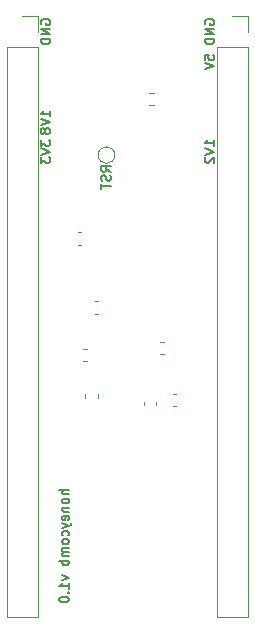
<source format=gbo>
%TF.GenerationSoftware,KiCad,Pcbnew,5.1.9*%
%TF.CreationDate,2021-02-13T19:17:24+03:00*%
%TF.ProjectId,gw1ns2c-board,6777316e-7332-4632-9d62-6f6172642e6b,rev?*%
%TF.SameCoordinates,Original*%
%TF.FileFunction,Legend,Bot*%
%TF.FilePolarity,Positive*%
%FSLAX46Y46*%
G04 Gerber Fmt 4.6, Leading zero omitted, Abs format (unit mm)*
G04 Created by KiCad (PCBNEW 5.1.9) date 2021-02-13 19:17:24*
%MOMM*%
%LPD*%
G01*
G04 APERTURE LIST*
%ADD10C,0.150000*%
%ADD11C,0.120000*%
G04 APERTURE END LIST*
D10*
X29317904Y-64256238D02*
X28517904Y-64256238D01*
X29317904Y-64599095D02*
X28898857Y-64599095D01*
X28822666Y-64561000D01*
X28784571Y-64484809D01*
X28784571Y-64370523D01*
X28822666Y-64294333D01*
X28860761Y-64256238D01*
X29317904Y-65094333D02*
X29279809Y-65018142D01*
X29241714Y-64980047D01*
X29165523Y-64941952D01*
X28936952Y-64941952D01*
X28860761Y-64980047D01*
X28822666Y-65018142D01*
X28784571Y-65094333D01*
X28784571Y-65208619D01*
X28822666Y-65284809D01*
X28860761Y-65322904D01*
X28936952Y-65361000D01*
X29165523Y-65361000D01*
X29241714Y-65322904D01*
X29279809Y-65284809D01*
X29317904Y-65208619D01*
X29317904Y-65094333D01*
X28784571Y-65703857D02*
X29317904Y-65703857D01*
X28860761Y-65703857D02*
X28822666Y-65741952D01*
X28784571Y-65818142D01*
X28784571Y-65932428D01*
X28822666Y-66008619D01*
X28898857Y-66046714D01*
X29317904Y-66046714D01*
X29279809Y-66732428D02*
X29317904Y-66656238D01*
X29317904Y-66503857D01*
X29279809Y-66427666D01*
X29203619Y-66389571D01*
X28898857Y-66389571D01*
X28822666Y-66427666D01*
X28784571Y-66503857D01*
X28784571Y-66656238D01*
X28822666Y-66732428D01*
X28898857Y-66770523D01*
X28975047Y-66770523D01*
X29051238Y-66389571D01*
X28784571Y-67037190D02*
X29317904Y-67227666D01*
X28784571Y-67418142D02*
X29317904Y-67227666D01*
X29508380Y-67151476D01*
X29546476Y-67113380D01*
X29584571Y-67037190D01*
X29279809Y-68065761D02*
X29317904Y-67989571D01*
X29317904Y-67837190D01*
X29279809Y-67761000D01*
X29241714Y-67722904D01*
X29165523Y-67684809D01*
X28936952Y-67684809D01*
X28860761Y-67722904D01*
X28822666Y-67761000D01*
X28784571Y-67837190D01*
X28784571Y-67989571D01*
X28822666Y-68065761D01*
X29317904Y-68522904D02*
X29279809Y-68446714D01*
X29241714Y-68408619D01*
X29165523Y-68370523D01*
X28936952Y-68370523D01*
X28860761Y-68408619D01*
X28822666Y-68446714D01*
X28784571Y-68522904D01*
X28784571Y-68637190D01*
X28822666Y-68713380D01*
X28860761Y-68751476D01*
X28936952Y-68789571D01*
X29165523Y-68789571D01*
X29241714Y-68751476D01*
X29279809Y-68713380D01*
X29317904Y-68637190D01*
X29317904Y-68522904D01*
X29317904Y-69132428D02*
X28784571Y-69132428D01*
X28860761Y-69132428D02*
X28822666Y-69170523D01*
X28784571Y-69246714D01*
X28784571Y-69361000D01*
X28822666Y-69437190D01*
X28898857Y-69475285D01*
X29317904Y-69475285D01*
X28898857Y-69475285D02*
X28822666Y-69513380D01*
X28784571Y-69589571D01*
X28784571Y-69703857D01*
X28822666Y-69780047D01*
X28898857Y-69818142D01*
X29317904Y-69818142D01*
X29317904Y-70199095D02*
X28517904Y-70199095D01*
X28822666Y-70199095D02*
X28784571Y-70275285D01*
X28784571Y-70427666D01*
X28822666Y-70503857D01*
X28860761Y-70541952D01*
X28936952Y-70580047D01*
X29165523Y-70580047D01*
X29241714Y-70541952D01*
X29279809Y-70503857D01*
X29317904Y-70427666D01*
X29317904Y-70275285D01*
X29279809Y-70199095D01*
X28784571Y-71456238D02*
X29317904Y-71646714D01*
X28784571Y-71837190D01*
X29317904Y-72561000D02*
X29317904Y-72103857D01*
X29317904Y-72332428D02*
X28517904Y-72332428D01*
X28632190Y-72256238D01*
X28708380Y-72180047D01*
X28746476Y-72103857D01*
X29241714Y-72903857D02*
X29279809Y-72941952D01*
X29317904Y-72903857D01*
X29279809Y-72865761D01*
X29241714Y-72903857D01*
X29317904Y-72903857D01*
X28517904Y-73437190D02*
X28517904Y-73513380D01*
X28556000Y-73589571D01*
X28594095Y-73627666D01*
X28670285Y-73665761D01*
X28822666Y-73703857D01*
X29013142Y-73703857D01*
X29165523Y-73665761D01*
X29241714Y-73627666D01*
X29279809Y-73589571D01*
X29317904Y-73513380D01*
X29317904Y-73437190D01*
X29279809Y-73361000D01*
X29241714Y-73322904D01*
X29165523Y-73284809D01*
X29013142Y-73246714D01*
X28822666Y-73246714D01*
X28670285Y-73284809D01*
X28594095Y-73322904D01*
X28556000Y-73361000D01*
X28517904Y-73437190D01*
X40836904Y-27787619D02*
X40836904Y-27406666D01*
X41217857Y-27368571D01*
X41179761Y-27406666D01*
X41141666Y-27482857D01*
X41141666Y-27673333D01*
X41179761Y-27749523D01*
X41217857Y-27787619D01*
X41294047Y-27825714D01*
X41484523Y-27825714D01*
X41560714Y-27787619D01*
X41598809Y-27749523D01*
X41636904Y-27673333D01*
X41636904Y-27482857D01*
X41598809Y-27406666D01*
X41560714Y-27368571D01*
X40836904Y-28054285D02*
X41636904Y-28320952D01*
X40836904Y-28587619D01*
X40875000Y-24790476D02*
X40836904Y-24714285D01*
X40836904Y-24600000D01*
X40875000Y-24485714D01*
X40951190Y-24409523D01*
X41027380Y-24371428D01*
X41179761Y-24333333D01*
X41294047Y-24333333D01*
X41446428Y-24371428D01*
X41522619Y-24409523D01*
X41598809Y-24485714D01*
X41636904Y-24600000D01*
X41636904Y-24676190D01*
X41598809Y-24790476D01*
X41560714Y-24828571D01*
X41294047Y-24828571D01*
X41294047Y-24676190D01*
X41636904Y-25171428D02*
X40836904Y-25171428D01*
X41636904Y-25628571D01*
X40836904Y-25628571D01*
X41636904Y-26009523D02*
X40836904Y-26009523D01*
X40836904Y-26200000D01*
X40875000Y-26314285D01*
X40951190Y-26390476D01*
X41027380Y-26428571D01*
X41179761Y-26466666D01*
X41294047Y-26466666D01*
X41446428Y-26428571D01*
X41522619Y-26390476D01*
X41598809Y-26314285D01*
X41636904Y-26200000D01*
X41636904Y-26009523D01*
X26968500Y-24790476D02*
X26930404Y-24714285D01*
X26930404Y-24600000D01*
X26968500Y-24485714D01*
X27044690Y-24409523D01*
X27120880Y-24371428D01*
X27273261Y-24333333D01*
X27387547Y-24333333D01*
X27539928Y-24371428D01*
X27616119Y-24409523D01*
X27692309Y-24485714D01*
X27730404Y-24600000D01*
X27730404Y-24676190D01*
X27692309Y-24790476D01*
X27654214Y-24828571D01*
X27387547Y-24828571D01*
X27387547Y-24676190D01*
X27730404Y-25171428D02*
X26930404Y-25171428D01*
X27730404Y-25628571D01*
X26930404Y-25628571D01*
X27730404Y-26009523D02*
X26930404Y-26009523D01*
X26930404Y-26200000D01*
X26968500Y-26314285D01*
X27044690Y-26390476D01*
X27120880Y-26428571D01*
X27273261Y-26466666D01*
X27387547Y-26466666D01*
X27539928Y-26428571D01*
X27616119Y-26390476D01*
X27692309Y-26314285D01*
X27730404Y-26200000D01*
X27730404Y-26009523D01*
X26930404Y-34569523D02*
X26930404Y-35064761D01*
X27235166Y-34798095D01*
X27235166Y-34912380D01*
X27273261Y-34988571D01*
X27311357Y-35026666D01*
X27387547Y-35064761D01*
X27578023Y-35064761D01*
X27654214Y-35026666D01*
X27692309Y-34988571D01*
X27730404Y-34912380D01*
X27730404Y-34683809D01*
X27692309Y-34607619D01*
X27654214Y-34569523D01*
X26930404Y-35293333D02*
X27730404Y-35560000D01*
X26930404Y-35826666D01*
X26930404Y-36017142D02*
X26930404Y-36512380D01*
X27235166Y-36245714D01*
X27235166Y-36360000D01*
X27273261Y-36436190D01*
X27311357Y-36474285D01*
X27387547Y-36512380D01*
X27578023Y-36512380D01*
X27654214Y-36474285D01*
X27692309Y-36436190D01*
X27730404Y-36360000D01*
X27730404Y-36131428D01*
X27692309Y-36055238D01*
X27654214Y-36017142D01*
X27730404Y-32588261D02*
X27730404Y-32131119D01*
X27730404Y-32359690D02*
X26930404Y-32359690D01*
X27044690Y-32283500D01*
X27120880Y-32207309D01*
X27158976Y-32131119D01*
X26930404Y-32816833D02*
X27730404Y-33083500D01*
X26930404Y-33350166D01*
X27273261Y-33731119D02*
X27235166Y-33654928D01*
X27197071Y-33616833D01*
X27120880Y-33578738D01*
X27082785Y-33578738D01*
X27006595Y-33616833D01*
X26968500Y-33654928D01*
X26930404Y-33731119D01*
X26930404Y-33883500D01*
X26968500Y-33959690D01*
X27006595Y-33997785D01*
X27082785Y-34035880D01*
X27120880Y-34035880D01*
X27197071Y-33997785D01*
X27235166Y-33959690D01*
X27273261Y-33883500D01*
X27273261Y-33731119D01*
X27311357Y-33654928D01*
X27349452Y-33616833D01*
X27425642Y-33578738D01*
X27578023Y-33578738D01*
X27654214Y-33616833D01*
X27692309Y-33654928D01*
X27730404Y-33731119D01*
X27730404Y-33883500D01*
X27692309Y-33959690D01*
X27654214Y-33997785D01*
X27578023Y-34035880D01*
X27425642Y-34035880D01*
X27349452Y-33997785D01*
X27311357Y-33959690D01*
X27273261Y-33883500D01*
X32873904Y-37280904D02*
X32492952Y-37014238D01*
X32873904Y-36823761D02*
X32073904Y-36823761D01*
X32073904Y-37128523D01*
X32112000Y-37204714D01*
X32150095Y-37242809D01*
X32226285Y-37280904D01*
X32340571Y-37280904D01*
X32416761Y-37242809D01*
X32454857Y-37204714D01*
X32492952Y-37128523D01*
X32492952Y-36823761D01*
X32835809Y-37585666D02*
X32873904Y-37699952D01*
X32873904Y-37890428D01*
X32835809Y-37966619D01*
X32797714Y-38004714D01*
X32721523Y-38042809D01*
X32645333Y-38042809D01*
X32569142Y-38004714D01*
X32531047Y-37966619D01*
X32492952Y-37890428D01*
X32454857Y-37738047D01*
X32416761Y-37661857D01*
X32378666Y-37623761D01*
X32302476Y-37585666D01*
X32226285Y-37585666D01*
X32150095Y-37623761D01*
X32112000Y-37661857D01*
X32073904Y-37738047D01*
X32073904Y-37928523D01*
X32112000Y-38042809D01*
X32073904Y-38271380D02*
X32073904Y-38728523D01*
X32873904Y-38499952D02*
X32073904Y-38499952D01*
X41636904Y-35064761D02*
X41636904Y-34607619D01*
X41636904Y-34836190D02*
X40836904Y-34836190D01*
X40951190Y-34760000D01*
X41027380Y-34683809D01*
X41065476Y-34607619D01*
X40836904Y-35293333D02*
X41636904Y-35560000D01*
X40836904Y-35826666D01*
X40913095Y-36055238D02*
X40875000Y-36093333D01*
X40836904Y-36169523D01*
X40836904Y-36360000D01*
X40875000Y-36436190D01*
X40913095Y-36474285D01*
X40989285Y-36512380D01*
X41065476Y-36512380D01*
X41179761Y-36474285D01*
X41636904Y-36017142D01*
X41636904Y-36512380D01*
D11*
%TO.C,R13*%
X36084742Y-30592500D02*
X36559258Y-30592500D01*
X36084742Y-31637500D02*
X36559258Y-31637500D01*
%TO.C,C12*%
X30732000Y-56401580D02*
X30732000Y-56120420D01*
X31752000Y-56401580D02*
X31752000Y-56120420D01*
%TO.C,C11*%
X37351580Y-52707000D02*
X37070420Y-52707000D01*
X37351580Y-51687000D02*
X37070420Y-51687000D01*
%TO.C,TP1*%
X33212000Y-35864800D02*
G75*
G03*
X33212000Y-35864800I-700000J0D01*
G01*
%TO.C,J3*%
X44510000Y-24070000D02*
X43180000Y-24070000D01*
X44510000Y-25400000D02*
X44510000Y-24070000D01*
X44510000Y-26670000D02*
X41850000Y-26670000D01*
X41850000Y-26670000D02*
X41850000Y-74990000D01*
X44510000Y-26670000D02*
X44510000Y-74990000D01*
X44510000Y-74990000D02*
X41850000Y-74990000D01*
%TO.C,J2*%
X26730000Y-24070000D02*
X25400000Y-24070000D01*
X26730000Y-25400000D02*
X26730000Y-24070000D01*
X26730000Y-26670000D02*
X24070000Y-26670000D01*
X24070000Y-26670000D02*
X24070000Y-74990000D01*
X26730000Y-26670000D02*
X26730000Y-74990000D01*
X26730000Y-74990000D02*
X24070000Y-74990000D01*
%TO.C,C7*%
X30341180Y-43436000D02*
X30060020Y-43436000D01*
X30341180Y-42416000D02*
X30060020Y-42416000D01*
%TO.C,C4*%
X35659600Y-57036580D02*
X35659600Y-56755420D01*
X36679600Y-57036580D02*
X36679600Y-56755420D01*
%TO.C,C3*%
X31788980Y-49278000D02*
X31507820Y-49278000D01*
X31788980Y-48258000D02*
X31507820Y-48258000D01*
%TO.C,C2*%
X38392980Y-57101200D02*
X38111820Y-57101200D01*
X38392980Y-56081200D02*
X38111820Y-56081200D01*
%TO.C,C1*%
X30823780Y-53291200D02*
X30542620Y-53291200D01*
X30823780Y-52271200D02*
X30542620Y-52271200D01*
%TD*%
M02*

</source>
